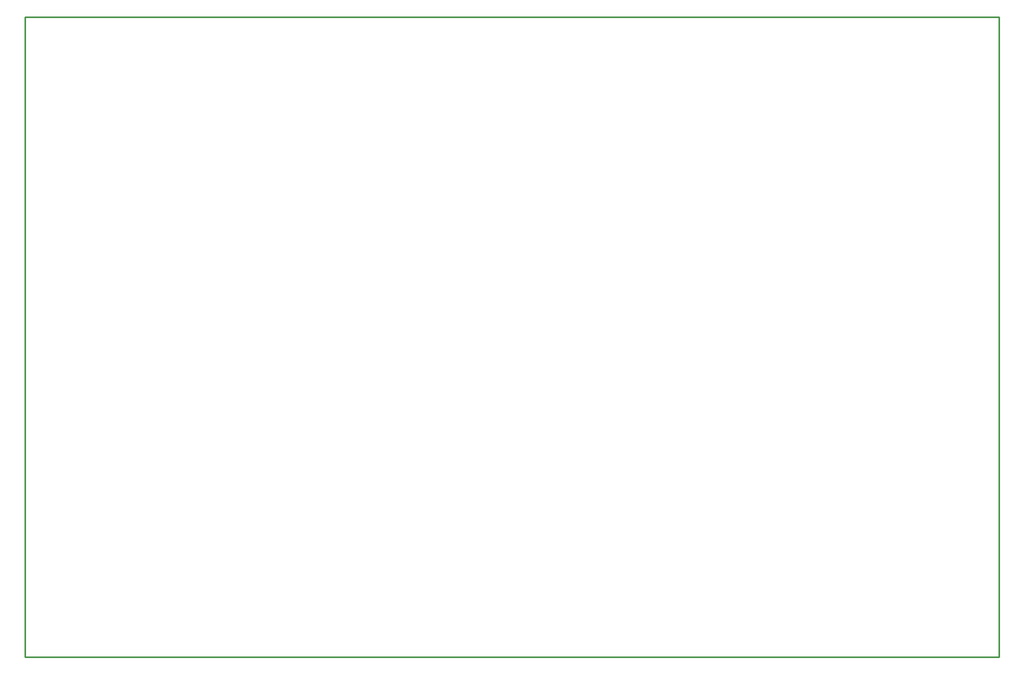
<source format=gbr>
%TF.GenerationSoftware,Altium Limited,Altium Designer,22.2.1 (43)*%
G04 Layer_Color=16711935*
%FSLAX44Y44*%
%MOMM*%
%TF.SameCoordinates,040CE2E0-B857-4D47-B26F-9B72162B56B4*%
%TF.FilePolarity,Positive*%
%TF.FileFunction,Other,Mechanical_1*%
%TF.Part,Single*%
G01*
G75*
%TA.AperFunction,NonConductor*%
%ADD147C,0.2540*%
D147*
X242570Y250190D02*
X1792570D01*
X242570Y1270190D02*
X1792570D01*
Y250190D02*
Y1270190D01*
X242570Y250190D02*
Y1270190D01*
%TF.MD5,ba21be3fd3937c88b595afc1edbcfe3b*%
M02*

</source>
